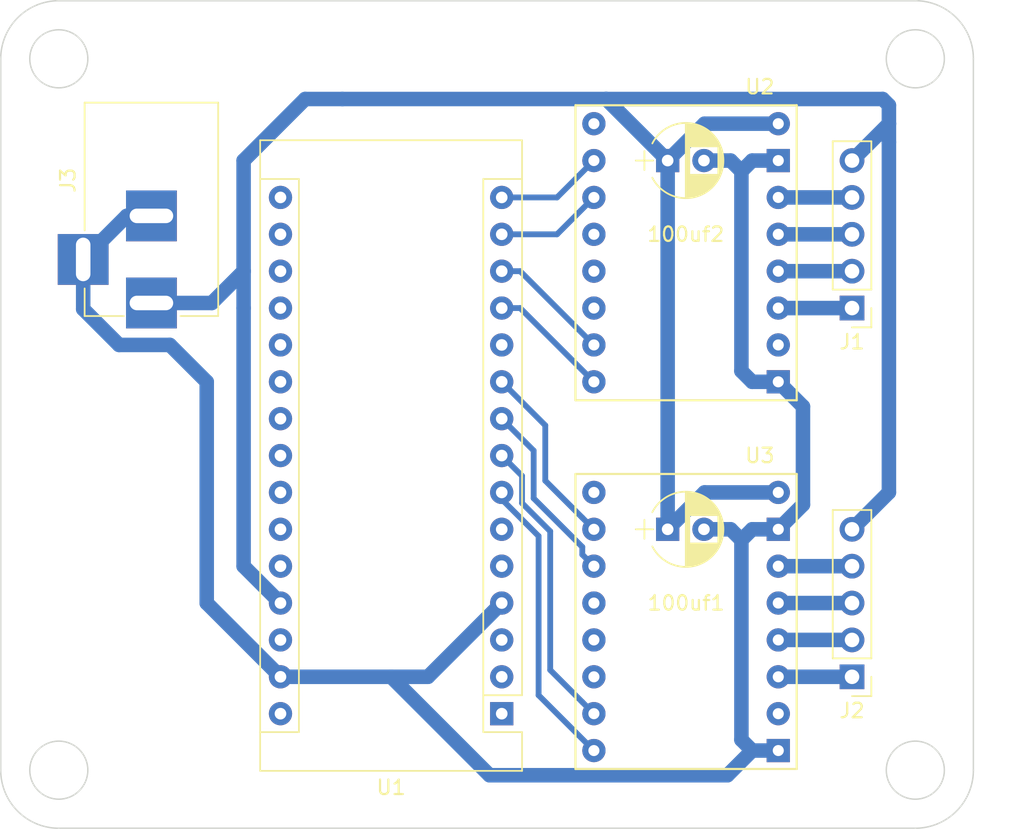
<source format=kicad_pcb>
(kicad_pcb (version 4) (host pcbnew 4.0.7)

  (general
    (links 32)
    (no_connects 0)
    (area 110.205 73.755 179.762858 124.465)
    (thickness 1.6)
    (drawings 12)
    (tracks 89)
    (zones 0)
    (modules 8)
    (nets 48)
  )

  (page A4)
  (layers
    (0 F.Cu signal)
    (31 B.Cu signal)
    (32 B.Adhes user)
    (33 F.Adhes user)
    (34 B.Paste user)
    (35 F.Paste user)
    (36 B.SilkS user)
    (37 F.SilkS user)
    (38 B.Mask user)
    (39 F.Mask user)
    (40 Dwgs.User user)
    (41 Cmts.User user)
    (42 Eco1.User user)
    (43 Eco2.User user)
    (44 Edge.Cuts user)
    (45 Margin user)
    (46 B.CrtYd user)
    (47 F.CrtYd user)
    (48 B.Fab user)
    (49 F.Fab user)
  )

  (setup
    (last_trace_width 0.4)
    (user_trace_width 1)
    (trace_clearance 0.4)
    (zone_clearance 0.508)
    (zone_45_only no)
    (trace_min 0.2)
    (segment_width 0.2)
    (edge_width 0.1)
    (via_size 0.6)
    (via_drill 0.4)
    (via_min_size 0.4)
    (via_min_drill 0.3)
    (uvia_size 0.3)
    (uvia_drill 0.1)
    (uvias_allowed no)
    (uvia_min_size 0.2)
    (uvia_min_drill 0.1)
    (pcb_text_width 0.3)
    (pcb_text_size 1.5 1.5)
    (mod_edge_width 0.15)
    (mod_text_size 1 1)
    (mod_text_width 0.15)
    (pad_size 1.5 1.5)
    (pad_drill 0.6)
    (pad_to_mask_clearance 0)
    (aux_axis_origin 0 0)
    (visible_elements 7FFFEFFF)
    (pcbplotparams
      (layerselection 0x00030_80000001)
      (usegerberextensions false)
      (excludeedgelayer true)
      (linewidth 0.100000)
      (plotframeref false)
      (viasonmask false)
      (mode 1)
      (useauxorigin false)
      (hpglpennumber 1)
      (hpglpenspeed 20)
      (hpglpendiameter 15)
      (hpglpenoverlay 2)
      (psnegative false)
      (psa4output false)
      (plotreference true)
      (plotvalue true)
      (plotinvisibletext false)
      (padsonsilk false)
      (subtractmaskfromsilk false)
      (outputformat 1)
      (mirror false)
      (drillshape 1)
      (scaleselection 1)
      (outputdirectory ""))
  )

  (net 0 "")
  (net 1 /VMOT)
  (net 2 GND)
  (net 3 "Net-(J1-Pad1)")
  (net 4 "Net-(J1-Pad2)")
  (net 5 "Net-(J1-Pad3)")
  (net 6 "Net-(J1-Pad4)")
  (net 7 "Net-(J2-Pad1)")
  (net 8 "Net-(J2-Pad2)")
  (net 9 "Net-(J2-Pad3)")
  (net 10 "Net-(J2-Pad4)")
  (net 11 "Net-(U1-Pad1)")
  (net 12 "Net-(U1-Pad17)")
  (net 13 "Net-(U1-Pad2)")
  (net 14 "Net-(U1-Pad18)")
  (net 15 "Net-(U1-Pad3)")
  (net 16 "Net-(U1-Pad19)")
  (net 17 "Net-(U1-Pad20)")
  (net 18 "Net-(U1-Pad5)")
  (net 19 "Net-(U1-Pad21)")
  (net 20 "Net-(U1-Pad6)")
  (net 21 "Net-(U1-Pad22)")
  (net 22 "Net-(U1-Pad7)")
  (net 23 "Net-(U1-Pad23)")
  (net 24 "Net-(U1-Pad8)")
  (net 25 "Net-(U1-Pad24)")
  (net 26 "Net-(U1-Pad9)")
  (net 27 "Net-(U1-Pad25)")
  (net 28 "Net-(U1-Pad10)")
  (net 29 "Net-(U1-Pad26)")
  (net 30 "Net-(U1-Pad11)")
  (net 31 "Net-(U1-Pad12)")
  (net 32 "Net-(U1-Pad28)")
  (net 33 "Net-(U1-Pad13)")
  (net 34 "Net-(U1-Pad14)")
  (net 35 "Net-(U1-Pad30)")
  (net 36 "Net-(U1-Pad15)")
  (net 37 "Net-(U1-Pad16)")
  (net 38 "Net-(U2-Pad1)")
  (net 39 "Net-(U2-Pad4)")
  (net 40 "Net-(U2-Pad5)")
  (net 41 "Net-(U2-Pad6)")
  (net 42 "Net-(U2-Pad10)")
  (net 43 "Net-(U3-Pad1)")
  (net 44 "Net-(U3-Pad4)")
  (net 45 "Net-(U3-Pad5)")
  (net 46 "Net-(U3-Pad6)")
  (net 47 "Net-(U3-Pad10)")

  (net_class Default "This is the default net class."
    (clearance 0.4)
    (trace_width 0.4)
    (via_dia 0.6)
    (via_drill 0.4)
    (uvia_dia 0.3)
    (uvia_drill 0.1)
    (add_net /VMOT)
    (add_net GND)
    (add_net "Net-(J1-Pad1)")
    (add_net "Net-(J1-Pad2)")
    (add_net "Net-(J1-Pad3)")
    (add_net "Net-(J1-Pad4)")
    (add_net "Net-(J2-Pad1)")
    (add_net "Net-(J2-Pad2)")
    (add_net "Net-(J2-Pad3)")
    (add_net "Net-(J2-Pad4)")
    (add_net "Net-(U1-Pad1)")
    (add_net "Net-(U1-Pad10)")
    (add_net "Net-(U1-Pad11)")
    (add_net "Net-(U1-Pad12)")
    (add_net "Net-(U1-Pad13)")
    (add_net "Net-(U1-Pad14)")
    (add_net "Net-(U1-Pad15)")
    (add_net "Net-(U1-Pad16)")
    (add_net "Net-(U1-Pad17)")
    (add_net "Net-(U1-Pad18)")
    (add_net "Net-(U1-Pad19)")
    (add_net "Net-(U1-Pad2)")
    (add_net "Net-(U1-Pad20)")
    (add_net "Net-(U1-Pad21)")
    (add_net "Net-(U1-Pad22)")
    (add_net "Net-(U1-Pad23)")
    (add_net "Net-(U1-Pad24)")
    (add_net "Net-(U1-Pad25)")
    (add_net "Net-(U1-Pad26)")
    (add_net "Net-(U1-Pad28)")
    (add_net "Net-(U1-Pad3)")
    (add_net "Net-(U1-Pad30)")
    (add_net "Net-(U1-Pad5)")
    (add_net "Net-(U1-Pad6)")
    (add_net "Net-(U1-Pad7)")
    (add_net "Net-(U1-Pad8)")
    (add_net "Net-(U1-Pad9)")
    (add_net "Net-(U2-Pad1)")
    (add_net "Net-(U2-Pad10)")
    (add_net "Net-(U2-Pad4)")
    (add_net "Net-(U2-Pad5)")
    (add_net "Net-(U2-Pad6)")
    (add_net "Net-(U3-Pad1)")
    (add_net "Net-(U3-Pad10)")
    (add_net "Net-(U3-Pad4)")
    (add_net "Net-(U3-Pad5)")
    (add_net "Net-(U3-Pad6)")
  )

  (module Capacitors_THT:CP_Radial_D5.0mm_P2.50mm (layer F.Cu) (tedit 597BC7C2) (tstamp 5B5072E5)
    (at 154.94 105.41)
    (descr "CP, Radial series, Radial, pin pitch=2.50mm, , diameter=5mm, Electrolytic Capacitor")
    (tags "CP Radial series Radial pin pitch 2.50mm  diameter 5mm Electrolytic Capacitor")
    (path /5B360C92)
    (fp_text reference 100uf1 (at 1.27 5.08) (layer F.SilkS)
      (effects (font (size 1 1) (thickness 0.15)))
    )
    (fp_text value CP1 (at 1.25 3.81) (layer F.Fab)
      (effects (font (size 1 1) (thickness 0.15)))
    )
    (fp_arc (start 1.25 0) (end -1.05558 -1.18) (angle 125.8) (layer F.SilkS) (width 0.12))
    (fp_arc (start 1.25 0) (end -1.05558 1.18) (angle -125.8) (layer F.SilkS) (width 0.12))
    (fp_arc (start 1.25 0) (end 3.55558 -1.18) (angle 54.2) (layer F.SilkS) (width 0.12))
    (fp_circle (center 1.25 0) (end 3.75 0) (layer F.Fab) (width 0.1))
    (fp_line (start -2.2 0) (end -1 0) (layer F.Fab) (width 0.1))
    (fp_line (start -1.6 -0.65) (end -1.6 0.65) (layer F.Fab) (width 0.1))
    (fp_line (start 1.25 -2.55) (end 1.25 2.55) (layer F.SilkS) (width 0.12))
    (fp_line (start 1.29 -2.55) (end 1.29 2.55) (layer F.SilkS) (width 0.12))
    (fp_line (start 1.33 -2.549) (end 1.33 2.549) (layer F.SilkS) (width 0.12))
    (fp_line (start 1.37 -2.548) (end 1.37 2.548) (layer F.SilkS) (width 0.12))
    (fp_line (start 1.41 -2.546) (end 1.41 2.546) (layer F.SilkS) (width 0.12))
    (fp_line (start 1.45 -2.543) (end 1.45 2.543) (layer F.SilkS) (width 0.12))
    (fp_line (start 1.49 -2.539) (end 1.49 2.539) (layer F.SilkS) (width 0.12))
    (fp_line (start 1.53 -2.535) (end 1.53 -0.98) (layer F.SilkS) (width 0.12))
    (fp_line (start 1.53 0.98) (end 1.53 2.535) (layer F.SilkS) (width 0.12))
    (fp_line (start 1.57 -2.531) (end 1.57 -0.98) (layer F.SilkS) (width 0.12))
    (fp_line (start 1.57 0.98) (end 1.57 2.531) (layer F.SilkS) (width 0.12))
    (fp_line (start 1.61 -2.525) (end 1.61 -0.98) (layer F.SilkS) (width 0.12))
    (fp_line (start 1.61 0.98) (end 1.61 2.525) (layer F.SilkS) (width 0.12))
    (fp_line (start 1.65 -2.519) (end 1.65 -0.98) (layer F.SilkS) (width 0.12))
    (fp_line (start 1.65 0.98) (end 1.65 2.519) (layer F.SilkS) (width 0.12))
    (fp_line (start 1.69 -2.513) (end 1.69 -0.98) (layer F.SilkS) (width 0.12))
    (fp_line (start 1.69 0.98) (end 1.69 2.513) (layer F.SilkS) (width 0.12))
    (fp_line (start 1.73 -2.506) (end 1.73 -0.98) (layer F.SilkS) (width 0.12))
    (fp_line (start 1.73 0.98) (end 1.73 2.506) (layer F.SilkS) (width 0.12))
    (fp_line (start 1.77 -2.498) (end 1.77 -0.98) (layer F.SilkS) (width 0.12))
    (fp_line (start 1.77 0.98) (end 1.77 2.498) (layer F.SilkS) (width 0.12))
    (fp_line (start 1.81 -2.489) (end 1.81 -0.98) (layer F.SilkS) (width 0.12))
    (fp_line (start 1.81 0.98) (end 1.81 2.489) (layer F.SilkS) (width 0.12))
    (fp_line (start 1.85 -2.48) (end 1.85 -0.98) (layer F.SilkS) (width 0.12))
    (fp_line (start 1.85 0.98) (end 1.85 2.48) (layer F.SilkS) (width 0.12))
    (fp_line (start 1.89 -2.47) (end 1.89 -0.98) (layer F.SilkS) (width 0.12))
    (fp_line (start 1.89 0.98) (end 1.89 2.47) (layer F.SilkS) (width 0.12))
    (fp_line (start 1.93 -2.46) (end 1.93 -0.98) (layer F.SilkS) (width 0.12))
    (fp_line (start 1.93 0.98) (end 1.93 2.46) (layer F.SilkS) (width 0.12))
    (fp_line (start 1.971 -2.448) (end 1.971 -0.98) (layer F.SilkS) (width 0.12))
    (fp_line (start 1.971 0.98) (end 1.971 2.448) (layer F.SilkS) (width 0.12))
    (fp_line (start 2.011 -2.436) (end 2.011 -0.98) (layer F.SilkS) (width 0.12))
    (fp_line (start 2.011 0.98) (end 2.011 2.436) (layer F.SilkS) (width 0.12))
    (fp_line (start 2.051 -2.424) (end 2.051 -0.98) (layer F.SilkS) (width 0.12))
    (fp_line (start 2.051 0.98) (end 2.051 2.424) (layer F.SilkS) (width 0.12))
    (fp_line (start 2.091 -2.41) (end 2.091 -0.98) (layer F.SilkS) (width 0.12))
    (fp_line (start 2.091 0.98) (end 2.091 2.41) (layer F.SilkS) (width 0.12))
    (fp_line (start 2.131 -2.396) (end 2.131 -0.98) (layer F.SilkS) (width 0.12))
    (fp_line (start 2.131 0.98) (end 2.131 2.396) (layer F.SilkS) (width 0.12))
    (fp_line (start 2.171 -2.382) (end 2.171 -0.98) (layer F.SilkS) (width 0.12))
    (fp_line (start 2.171 0.98) (end 2.171 2.382) (layer F.SilkS) (width 0.12))
    (fp_line (start 2.211 -2.366) (end 2.211 -0.98) (layer F.SilkS) (width 0.12))
    (fp_line (start 2.211 0.98) (end 2.211 2.366) (layer F.SilkS) (width 0.12))
    (fp_line (start 2.251 -2.35) (end 2.251 -0.98) (layer F.SilkS) (width 0.12))
    (fp_line (start 2.251 0.98) (end 2.251 2.35) (layer F.SilkS) (width 0.12))
    (fp_line (start 2.291 -2.333) (end 2.291 -0.98) (layer F.SilkS) (width 0.12))
    (fp_line (start 2.291 0.98) (end 2.291 2.333) (layer F.SilkS) (width 0.12))
    (fp_line (start 2.331 -2.315) (end 2.331 -0.98) (layer F.SilkS) (width 0.12))
    (fp_line (start 2.331 0.98) (end 2.331 2.315) (layer F.SilkS) (width 0.12))
    (fp_line (start 2.371 -2.296) (end 2.371 -0.98) (layer F.SilkS) (width 0.12))
    (fp_line (start 2.371 0.98) (end 2.371 2.296) (layer F.SilkS) (width 0.12))
    (fp_line (start 2.411 -2.276) (end 2.411 -0.98) (layer F.SilkS) (width 0.12))
    (fp_line (start 2.411 0.98) (end 2.411 2.276) (layer F.SilkS) (width 0.12))
    (fp_line (start 2.451 -2.256) (end 2.451 -0.98) (layer F.SilkS) (width 0.12))
    (fp_line (start 2.451 0.98) (end 2.451 2.256) (layer F.SilkS) (width 0.12))
    (fp_line (start 2.491 -2.234) (end 2.491 -0.98) (layer F.SilkS) (width 0.12))
    (fp_line (start 2.491 0.98) (end 2.491 2.234) (layer F.SilkS) (width 0.12))
    (fp_line (start 2.531 -2.212) (end 2.531 -0.98) (layer F.SilkS) (width 0.12))
    (fp_line (start 2.531 0.98) (end 2.531 2.212) (layer F.SilkS) (width 0.12))
    (fp_line (start 2.571 -2.189) (end 2.571 -0.98) (layer F.SilkS) (width 0.12))
    (fp_line (start 2.571 0.98) (end 2.571 2.189) (layer F.SilkS) (width 0.12))
    (fp_line (start 2.611 -2.165) (end 2.611 -0.98) (layer F.SilkS) (width 0.12))
    (fp_line (start 2.611 0.98) (end 2.611 2.165) (layer F.SilkS) (width 0.12))
    (fp_line (start 2.651 -2.14) (end 2.651 -0.98) (layer F.SilkS) (width 0.12))
    (fp_line (start 2.651 0.98) (end 2.651 2.14) (layer F.SilkS) (width 0.12))
    (fp_line (start 2.691 -2.113) (end 2.691 -0.98) (layer F.SilkS) (width 0.12))
    (fp_line (start 2.691 0.98) (end 2.691 2.113) (layer F.SilkS) (width 0.12))
    (fp_line (start 2.731 -2.086) (end 2.731 -0.98) (layer F.SilkS) (width 0.12))
    (fp_line (start 2.731 0.98) (end 2.731 2.086) (layer F.SilkS) (width 0.12))
    (fp_line (start 2.771 -2.058) (end 2.771 -0.98) (layer F.SilkS) (width 0.12))
    (fp_line (start 2.771 0.98) (end 2.771 2.058) (layer F.SilkS) (width 0.12))
    (fp_line (start 2.811 -2.028) (end 2.811 -0.98) (layer F.SilkS) (width 0.12))
    (fp_line (start 2.811 0.98) (end 2.811 2.028) (layer F.SilkS) (width 0.12))
    (fp_line (start 2.851 -1.997) (end 2.851 -0.98) (layer F.SilkS) (width 0.12))
    (fp_line (start 2.851 0.98) (end 2.851 1.997) (layer F.SilkS) (width 0.12))
    (fp_line (start 2.891 -1.965) (end 2.891 -0.98) (layer F.SilkS) (width 0.12))
    (fp_line (start 2.891 0.98) (end 2.891 1.965) (layer F.SilkS) (width 0.12))
    (fp_line (start 2.931 -1.932) (end 2.931 -0.98) (layer F.SilkS) (width 0.12))
    (fp_line (start 2.931 0.98) (end 2.931 1.932) (layer F.SilkS) (width 0.12))
    (fp_line (start 2.971 -1.897) (end 2.971 -0.98) (layer F.SilkS) (width 0.12))
    (fp_line (start 2.971 0.98) (end 2.971 1.897) (layer F.SilkS) (width 0.12))
    (fp_line (start 3.011 -1.861) (end 3.011 -0.98) (layer F.SilkS) (width 0.12))
    (fp_line (start 3.011 0.98) (end 3.011 1.861) (layer F.SilkS) (width 0.12))
    (fp_line (start 3.051 -1.823) (end 3.051 -0.98) (layer F.SilkS) (width 0.12))
    (fp_line (start 3.051 0.98) (end 3.051 1.823) (layer F.SilkS) (width 0.12))
    (fp_line (start 3.091 -1.783) (end 3.091 -0.98) (layer F.SilkS) (width 0.12))
    (fp_line (start 3.091 0.98) (end 3.091 1.783) (layer F.SilkS) (width 0.12))
    (fp_line (start 3.131 -1.742) (end 3.131 -0.98) (layer F.SilkS) (width 0.12))
    (fp_line (start 3.131 0.98) (end 3.131 1.742) (layer F.SilkS) (width 0.12))
    (fp_line (start 3.171 -1.699) (end 3.171 -0.98) (layer F.SilkS) (width 0.12))
    (fp_line (start 3.171 0.98) (end 3.171 1.699) (layer F.SilkS) (width 0.12))
    (fp_line (start 3.211 -1.654) (end 3.211 -0.98) (layer F.SilkS) (width 0.12))
    (fp_line (start 3.211 0.98) (end 3.211 1.654) (layer F.SilkS) (width 0.12))
    (fp_line (start 3.251 -1.606) (end 3.251 -0.98) (layer F.SilkS) (width 0.12))
    (fp_line (start 3.251 0.98) (end 3.251 1.606) (layer F.SilkS) (width 0.12))
    (fp_line (start 3.291 -1.556) (end 3.291 -0.98) (layer F.SilkS) (width 0.12))
    (fp_line (start 3.291 0.98) (end 3.291 1.556) (layer F.SilkS) (width 0.12))
    (fp_line (start 3.331 -1.504) (end 3.331 -0.98) (layer F.SilkS) (width 0.12))
    (fp_line (start 3.331 0.98) (end 3.331 1.504) (layer F.SilkS) (width 0.12))
    (fp_line (start 3.371 -1.448) (end 3.371 -0.98) (layer F.SilkS) (width 0.12))
    (fp_line (start 3.371 0.98) (end 3.371 1.448) (layer F.SilkS) (width 0.12))
    (fp_line (start 3.411 -1.39) (end 3.411 -0.98) (layer F.SilkS) (width 0.12))
    (fp_line (start 3.411 0.98) (end 3.411 1.39) (layer F.SilkS) (width 0.12))
    (fp_line (start 3.451 -1.327) (end 3.451 -0.98) (layer F.SilkS) (width 0.12))
    (fp_line (start 3.451 0.98) (end 3.451 1.327) (layer F.SilkS) (width 0.12))
    (fp_line (start 3.491 -1.261) (end 3.491 1.261) (layer F.SilkS) (width 0.12))
    (fp_line (start 3.531 -1.189) (end 3.531 1.189) (layer F.SilkS) (width 0.12))
    (fp_line (start 3.571 -1.112) (end 3.571 1.112) (layer F.SilkS) (width 0.12))
    (fp_line (start 3.611 -1.028) (end 3.611 1.028) (layer F.SilkS) (width 0.12))
    (fp_line (start 3.651 -0.934) (end 3.651 0.934) (layer F.SilkS) (width 0.12))
    (fp_line (start 3.691 -0.829) (end 3.691 0.829) (layer F.SilkS) (width 0.12))
    (fp_line (start 3.731 -0.707) (end 3.731 0.707) (layer F.SilkS) (width 0.12))
    (fp_line (start 3.771 -0.559) (end 3.771 0.559) (layer F.SilkS) (width 0.12))
    (fp_line (start 3.811 -0.354) (end 3.811 0.354) (layer F.SilkS) (width 0.12))
    (fp_line (start -2.2 0) (end -1 0) (layer F.SilkS) (width 0.12))
    (fp_line (start -1.6 -0.65) (end -1.6 0.65) (layer F.SilkS) (width 0.12))
    (fp_line (start -1.6 -2.85) (end -1.6 2.85) (layer F.CrtYd) (width 0.05))
    (fp_line (start -1.6 2.85) (end 4.1 2.85) (layer F.CrtYd) (width 0.05))
    (fp_line (start 4.1 2.85) (end 4.1 -2.85) (layer F.CrtYd) (width 0.05))
    (fp_line (start 4.1 -2.85) (end -1.6 -2.85) (layer F.CrtYd) (width 0.05))
    (fp_text user %R (at 1.25 0) (layer F.Fab)
      (effects (font (size 1 1) (thickness 0.15)))
    )
    (pad 1 thru_hole rect (at 0 0) (size 1.6 1.6) (drill 0.8) (layers *.Cu *.Mask)
      (net 1 /VMOT))
    (pad 2 thru_hole circle (at 2.5 0) (size 1.6 1.6) (drill 0.8) (layers *.Cu *.Mask)
      (net 2 GND))
    (model ${KISYS3DMOD}/Capacitors_THT.3dshapes/CP_Radial_D5.0mm_P2.50mm.wrl
      (at (xyz 0 0 0))
      (scale (xyz 1 1 1))
      (rotate (xyz 0 0 0))
    )
  )

  (module Capacitors_THT:CP_Radial_D5.0mm_P2.50mm (layer F.Cu) (tedit 597BC7C2) (tstamp 5B50736A)
    (at 154.94 80.01)
    (descr "CP, Radial series, Radial, pin pitch=2.50mm, , diameter=5mm, Electrolytic Capacitor")
    (tags "CP Radial series Radial pin pitch 2.50mm  diameter 5mm Electrolytic Capacitor")
    (path /5B360D13)
    (fp_text reference 100uf2 (at 1.25 5.08) (layer F.SilkS)
      (effects (font (size 1 1) (thickness 0.15)))
    )
    (fp_text value CP1 (at 1.25 3.81) (layer F.Fab)
      (effects (font (size 1 1) (thickness 0.15)))
    )
    (fp_arc (start 1.25 0) (end -1.05558 -1.18) (angle 125.8) (layer F.SilkS) (width 0.12))
    (fp_arc (start 1.25 0) (end -1.05558 1.18) (angle -125.8) (layer F.SilkS) (width 0.12))
    (fp_arc (start 1.25 0) (end 3.55558 -1.18) (angle 54.2) (layer F.SilkS) (width 0.12))
    (fp_circle (center 1.25 0) (end 3.75 0) (layer F.Fab) (width 0.1))
    (fp_line (start -2.2 0) (end -1 0) (layer F.Fab) (width 0.1))
    (fp_line (start -1.6 -0.65) (end -1.6 0.65) (layer F.Fab) (width 0.1))
    (fp_line (start 1.25 -2.55) (end 1.25 2.55) (layer F.SilkS) (width 0.12))
    (fp_line (start 1.29 -2.55) (end 1.29 2.55) (layer F.SilkS) (width 0.12))
    (fp_line (start 1.33 -2.549) (end 1.33 2.549) (layer F.SilkS) (width 0.12))
    (fp_line (start 1.37 -2.548) (end 1.37 2.548) (layer F.SilkS) (width 0.12))
    (fp_line (start 1.41 -2.546) (end 1.41 2.546) (layer F.SilkS) (width 0.12))
    (fp_line (start 1.45 -2.543) (end 1.45 2.543) (layer F.SilkS) (width 0.12))
    (fp_line (start 1.49 -2.539) (end 1.49 2.539) (layer F.SilkS) (width 0.12))
    (fp_line (start 1.53 -2.535) (end 1.53 -0.98) (layer F.SilkS) (width 0.12))
    (fp_line (start 1.53 0.98) (end 1.53 2.535) (layer F.SilkS) (width 0.12))
    (fp_line (start 1.57 -2.531) (end 1.57 -0.98) (layer F.SilkS) (width 0.12))
    (fp_line (start 1.57 0.98) (end 1.57 2.531) (layer F.SilkS) (width 0.12))
    (fp_line (start 1.61 -2.525) (end 1.61 -0.98) (layer F.SilkS) (width 0.12))
    (fp_line (start 1.61 0.98) (end 1.61 2.525) (layer F.SilkS) (width 0.12))
    (fp_line (start 1.65 -2.519) (end 1.65 -0.98) (layer F.SilkS) (width 0.12))
    (fp_line (start 1.65 0.98) (end 1.65 2.519) (layer F.SilkS) (width 0.12))
    (fp_line (start 1.69 -2.513) (end 1.69 -0.98) (layer F.SilkS) (width 0.12))
    (fp_line (start 1.69 0.98) (end 1.69 2.513) (layer F.SilkS) (width 0.12))
    (fp_line (start 1.73 -2.506) (end 1.73 -0.98) (layer F.SilkS) (width 0.12))
    (fp_line (start 1.73 0.98) (end 1.73 2.506) (layer F.SilkS) (width 0.12))
    (fp_line (start 1.77 -2.498) (end 1.77 -0.98) (layer F.SilkS) (width 0.12))
    (fp_line (start 1.77 0.98) (end 1.77 2.498) (layer F.SilkS) (width 0.12))
    (fp_line (start 1.81 -2.489) (end 1.81 -0.98) (layer F.SilkS) (width 0.12))
    (fp_line (start 1.81 0.98) (end 1.81 2.489) (layer F.SilkS) (width 0.12))
    (fp_line (start 1.85 -2.48) (end 1.85 -0.98) (layer F.SilkS) (width 0.12))
    (fp_line (start 1.85 0.98) (end 1.85 2.48) (layer F.SilkS) (width 0.12))
    (fp_line (start 1.89 -2.47) (end 1.89 -0.98) (layer F.SilkS) (width 0.12))
    (fp_line (start 1.89 0.98) (end 1.89 2.47) (layer F.SilkS) (width 0.12))
    (fp_line (start 1.93 -2.46) (end 1.93 -0.98) (layer F.SilkS) (width 0.12))
    (fp_line (start 1.93 0.98) (end 1.93 2.46) (layer F.SilkS) (width 0.12))
    (fp_line (start 1.971 -2.448) (end 1.971 -0.98) (layer F.SilkS) (width 0.12))
    (fp_line (start 1.971 0.98) (end 1.971 2.448) (layer F.SilkS) (width 0.12))
    (fp_line (start 2.011 -2.436) (end 2.011 -0.98) (layer F.SilkS) (width 0.12))
    (fp_line (start 2.011 0.98) (end 2.011 2.436) (layer F.SilkS) (width 0.12))
    (fp_line (start 2.051 -2.424) (end 2.051 -0.98) (layer F.SilkS) (width 0.12))
    (fp_line (start 2.051 0.98) (end 2.051 2.424) (layer F.SilkS) (width 0.12))
    (fp_line (start 2.091 -2.41) (end 2.091 -0.98) (layer F.SilkS) (width 0.12))
    (fp_line (start 2.091 0.98) (end 2.091 2.41) (layer F.SilkS) (width 0.12))
    (fp_line (start 2.131 -2.396) (end 2.131 -0.98) (layer F.SilkS) (width 0.12))
    (fp_line (start 2.131 0.98) (end 2.131 2.396) (layer F.SilkS) (width 0.12))
    (fp_line (start 2.171 -2.382) (end 2.171 -0.98) (layer F.SilkS) (width 0.12))
    (fp_line (start 2.171 0.98) (end 2.171 2.382) (layer F.SilkS) (width 0.12))
    (fp_line (start 2.211 -2.366) (end 2.211 -0.98) (layer F.SilkS) (width 0.12))
    (fp_line (start 2.211 0.98) (end 2.211 2.366) (layer F.SilkS) (width 0.12))
    (fp_line (start 2.251 -2.35) (end 2.251 -0.98) (layer F.SilkS) (width 0.12))
    (fp_line (start 2.251 0.98) (end 2.251 2.35) (layer F.SilkS) (width 0.12))
    (fp_line (start 2.291 -2.333) (end 2.291 -0.98) (layer F.SilkS) (width 0.12))
    (fp_line (start 2.291 0.98) (end 2.291 2.333) (layer F.SilkS) (width 0.12))
    (fp_line (start 2.331 -2.315) (end 2.331 -0.98) (layer F.SilkS) (width 0.12))
    (fp_line (start 2.331 0.98) (end 2.331 2.315) (layer F.SilkS) (width 0.12))
    (fp_line (start 2.371 -2.296) (end 2.371 -0.98) (layer F.SilkS) (width 0.12))
    (fp_line (start 2.371 0.98) (end 2.371 2.296) (layer F.SilkS) (width 0.12))
    (fp_line (start 2.411 -2.276) (end 2.411 -0.98) (layer F.SilkS) (width 0.12))
    (fp_line (start 2.411 0.98) (end 2.411 2.276) (layer F.SilkS) (width 0.12))
    (fp_line (start 2.451 -2.256) (end 2.451 -0.98) (layer F.SilkS) (width 0.12))
    (fp_line (start 2.451 0.98) (end 2.451 2.256) (layer F.SilkS) (width 0.12))
    (fp_line (start 2.491 -2.234) (end 2.491 -0.98) (layer F.SilkS) (width 0.12))
    (fp_line (start 2.491 0.98) (end 2.491 2.234) (layer F.SilkS) (width 0.12))
    (fp_line (start 2.531 -2.212) (end 2.531 -0.98) (layer F.SilkS) (width 0.12))
    (fp_line (start 2.531 0.98) (end 2.531 2.212) (layer F.SilkS) (width 0.12))
    (fp_line (start 2.571 -2.189) (end 2.571 -0.98) (layer F.SilkS) (width 0.12))
    (fp_line (start 2.571 0.98) (end 2.571 2.189) (layer F.SilkS) (width 0.12))
    (fp_line (start 2.611 -2.165) (end 2.611 -0.98) (layer F.SilkS) (width 0.12))
    (fp_line (start 2.611 0.98) (end 2.611 2.165) (layer F.SilkS) (width 0.12))
    (fp_line (start 2.651 -2.14) (end 2.651 -0.98) (layer F.SilkS) (width 0.12))
    (fp_line (start 2.651 0.98) (end 2.651 2.14) (layer F.SilkS) (width 0.12))
    (fp_line (start 2.691 -2.113) (end 2.691 -0.98) (layer F.SilkS) (width 0.12))
    (fp_line (start 2.691 0.98) (end 2.691 2.113) (layer F.SilkS) (width 0.12))
    (fp_line (start 2.731 -2.086) (end 2.731 -0.98) (layer F.SilkS) (width 0.12))
    (fp_line (start 2.731 0.98) (end 2.731 2.086) (layer F.SilkS) (width 0.12))
    (fp_line (start 2.771 -2.058) (end 2.771 -0.98) (layer F.SilkS) (width 0.12))
    (fp_line (start 2.771 0.98) (end 2.771 2.058) (layer F.SilkS) (width 0.12))
    (fp_line (start 2.811 -2.028) (end 2.811 -0.98) (layer F.SilkS) (width 0.12))
    (fp_line (start 2.811 0.98) (end 2.811 2.028) (layer F.SilkS) (width 0.12))
    (fp_line (start 2.851 -1.997) (end 2.851 -0.98) (layer F.SilkS) (width 0.12))
    (fp_line (start 2.851 0.98) (end 2.851 1.997) (layer F.SilkS) (width 0.12))
    (fp_line (start 2.891 -1.965) (end 2.891 -0.98) (layer F.SilkS) (width 0.12))
    (fp_line (start 2.891 0.98) (end 2.891 1.965) (layer F.SilkS) (width 0.12))
    (fp_line (start 2.931 -1.932) (end 2.931 -0.98) (layer F.SilkS) (width 0.12))
    (fp_line (start 2.931 0.98) (end 2.931 1.932) (layer F.SilkS) (width 0.12))
    (fp_line (start 2.971 -1.897) (end 2.971 -0.98) (layer F.SilkS) (width 0.12))
    (fp_line (start 2.971 0.98) (end 2.971 1.897) (layer F.SilkS) (width 0.12))
    (fp_line (start 3.011 -1.861) (end 3.011 -0.98) (layer F.SilkS) (width 0.12))
    (fp_line (start 3.011 0.98) (end 3.011 1.861) (layer F.SilkS) (width 0.12))
    (fp_line (start 3.051 -1.823) (end 3.051 -0.98) (layer F.SilkS) (width 0.12))
    (fp_line (start 3.051 0.98) (end 3.051 1.823) (layer F.SilkS) (width 0.12))
    (fp_line (start 3.091 -1.783) (end 3.091 -0.98) (layer F.SilkS) (width 0.12))
    (fp_line (start 3.091 0.98) (end 3.091 1.783) (layer F.SilkS) (width 0.12))
    (fp_line (start 3.131 -1.742) (end 3.131 -0.98) (layer F.SilkS) (width 0.12))
    (fp_line (start 3.131 0.98) (end 3.131 1.742) (layer F.SilkS) (width 0.12))
    (fp_line (start 3.171 -1.699) (end 3.171 -0.98) (layer F.SilkS) (width 0.12))
    (fp_line (start 3.171 0.98) (end 3.171 1.699) (layer F.SilkS) (width 0.12))
    (fp_line (start 3.211 -1.654) (end 3.211 -0.98) (layer F.SilkS) (width 0.12))
    (fp_line (start 3.211 0.98) (end 3.211 1.654) (layer F.SilkS) (width 0.12))
    (fp_line (start 3.251 -1.606) (end 3.251 -0.98) (layer F.SilkS) (width 0.12))
    (fp_line (start 3.251 0.98) (end 3.251 1.606) (layer F.SilkS) (width 0.12))
    (fp_line (start 3.291 -1.556) (end 3.291 -0.98) (layer F.SilkS) (width 0.12))
    (fp_line (start 3.291 0.98) (end 3.291 1.556) (layer F.SilkS) (width 0.12))
    (fp_line (start 3.331 -1.504) (end 3.331 -0.98) (layer F.SilkS) (width 0.12))
    (fp_line (start 3.331 0.98) (end 3.331 1.504) (layer F.SilkS) (width 0.12))
    (fp_line (start 3.371 -1.448) (end 3.371 -0.98) (layer F.SilkS) (width 0.12))
    (fp_line (start 3.371 0.98) (end 3.371 1.448) (layer F.SilkS) (width 0.12))
    (fp_line (start 3.411 -1.39) (end 3.411 -0.98) (layer F.SilkS) (width 0.12))
    (fp_line (start 3.411 0.98) (end 3.411 1.39) (layer F.SilkS) (width 0.12))
    (fp_line (start 3.451 -1.327) (end 3.451 -0.98) (layer F.SilkS) (width 0.12))
    (fp_line (start 3.451 0.98) (end 3.451 1.327) (layer F.SilkS) (width 0.12))
    (fp_line (start 3.491 -1.261) (end 3.491 1.261) (layer F.SilkS) (width 0.12))
    (fp_line (start 3.531 -1.189) (end 3.531 1.189) (layer F.SilkS) (width 0.12))
    (fp_line (start 3.571 -1.112) (end 3.571 1.112) (layer F.SilkS) (width 0.12))
    (fp_line (start 3.611 -1.028) (end 3.611 1.028) (layer F.SilkS) (width 0.12))
    (fp_line (start 3.651 -0.934) (end 3.651 0.934) (layer F.SilkS) (width 0.12))
    (fp_line (start 3.691 -0.829) (end 3.691 0.829) (layer F.SilkS) (width 0.12))
    (fp_line (start 3.731 -0.707) (end 3.731 0.707) (layer F.SilkS) (width 0.12))
    (fp_line (start 3.771 -0.559) (end 3.771 0.559) (layer F.SilkS) (width 0.12))
    (fp_line (start 3.811 -0.354) (end 3.811 0.354) (layer F.SilkS) (width 0.12))
    (fp_line (start -2.2 0) (end -1 0) (layer F.SilkS) (width 0.12))
    (fp_line (start -1.6 -0.65) (end -1.6 0.65) (layer F.SilkS) (width 0.12))
    (fp_line (start -1.6 -2.85) (end -1.6 2.85) (layer F.CrtYd) (width 0.05))
    (fp_line (start -1.6 2.85) (end 4.1 2.85) (layer F.CrtYd) (width 0.05))
    (fp_line (start 4.1 2.85) (end 4.1 -2.85) (layer F.CrtYd) (width 0.05))
    (fp_line (start 4.1 -2.85) (end -1.6 -2.85) (layer F.CrtYd) (width 0.05))
    (fp_text user %R (at 1.25 0) (layer F.Fab)
      (effects (font (size 1 1) (thickness 0.15)))
    )
    (pad 1 thru_hole rect (at 0 0) (size 1.6 1.6) (drill 0.8) (layers *.Cu *.Mask)
      (net 1 /VMOT))
    (pad 2 thru_hole circle (at 2.5 0) (size 1.6 1.6) (drill 0.8) (layers *.Cu *.Mask)
      (net 2 GND))
    (model ${KISYS3DMOD}/Capacitors_THT.3dshapes/CP_Radial_D5.0mm_P2.50mm.wrl
      (at (xyz 0 0 0))
      (scale (xyz 1 1 1))
      (rotate (xyz 0 0 0))
    )
  )

  (module Pin_Headers:Pin_Header_Straight_1x05_Pitch2.54mm (layer F.Cu) (tedit 59650532) (tstamp 5B507383)
    (at 167.64 90.17 180)
    (descr "Through hole straight pin header, 1x05, 2.54mm pitch, single row")
    (tags "Through hole pin header THT 1x05 2.54mm single row")
    (path /5B505C76)
    (fp_text reference J1 (at 0 -2.33 180) (layer F.SilkS)
      (effects (font (size 1 1) (thickness 0.15)))
    )
    (fp_text value Conn_01x05_Male (at -5.08 12.49 180) (layer F.Fab)
      (effects (font (size 1 1) (thickness 0.15)))
    )
    (fp_line (start -0.635 -1.27) (end 1.27 -1.27) (layer F.Fab) (width 0.1))
    (fp_line (start 1.27 -1.27) (end 1.27 11.43) (layer F.Fab) (width 0.1))
    (fp_line (start 1.27 11.43) (end -1.27 11.43) (layer F.Fab) (width 0.1))
    (fp_line (start -1.27 11.43) (end -1.27 -0.635) (layer F.Fab) (width 0.1))
    (fp_line (start -1.27 -0.635) (end -0.635 -1.27) (layer F.Fab) (width 0.1))
    (fp_line (start -1.33 11.49) (end 1.33 11.49) (layer F.SilkS) (width 0.12))
    (fp_line (start -1.33 1.27) (end -1.33 11.49) (layer F.SilkS) (width 0.12))
    (fp_line (start 1.33 1.27) (end 1.33 11.49) (layer F.SilkS) (width 0.12))
    (fp_line (start -1.33 1.27) (end 1.33 1.27) (layer F.SilkS) (width 0.12))
    (fp_line (start -1.33 0) (end -1.33 -1.33) (layer F.SilkS) (width 0.12))
    (fp_line (start -1.33 -1.33) (end 0 -1.33) (layer F.SilkS) (width 0.12))
    (fp_line (start -1.8 -1.8) (end -1.8 11.95) (layer F.CrtYd) (width 0.05))
    (fp_line (start -1.8 11.95) (end 1.8 11.95) (layer F.CrtYd) (width 0.05))
    (fp_line (start 1.8 11.95) (end 1.8 -1.8) (layer F.CrtYd) (width 0.05))
    (fp_line (start 1.8 -1.8) (end -1.8 -1.8) (layer F.CrtYd) (width 0.05))
    (fp_text user %R (at 0 5.08 270) (layer F.Fab)
      (effects (font (size 1 1) (thickness 0.15)))
    )
    (pad 1 thru_hole rect (at 0 0 180) (size 1.7 1.7) (drill 1) (layers *.Cu *.Mask)
      (net 3 "Net-(J1-Pad1)"))
    (pad 2 thru_hole oval (at 0 2.54 180) (size 1.7 1.7) (drill 1) (layers *.Cu *.Mask)
      (net 4 "Net-(J1-Pad2)"))
    (pad 3 thru_hole oval (at 0 5.08 180) (size 1.7 1.7) (drill 1) (layers *.Cu *.Mask)
      (net 5 "Net-(J1-Pad3)"))
    (pad 4 thru_hole oval (at 0 7.62 180) (size 1.7 1.7) (drill 1) (layers *.Cu *.Mask)
      (net 6 "Net-(J1-Pad4)"))
    (pad 5 thru_hole oval (at 0 10.16 180) (size 1.7 1.7) (drill 1) (layers *.Cu *.Mask)
      (net 1 /VMOT))
    (model ${KISYS3DMOD}/Pin_Headers.3dshapes/Pin_Header_Straight_1x05_Pitch2.54mm.wrl
      (at (xyz 0 0 0))
      (scale (xyz 1 1 1))
      (rotate (xyz 0 0 0))
    )
  )

  (module Pin_Headers:Pin_Header_Straight_1x05_Pitch2.54mm (layer F.Cu) (tedit 59650532) (tstamp 5B50739C)
    (at 167.64 115.57 180)
    (descr "Through hole straight pin header, 1x05, 2.54mm pitch, single row")
    (tags "Through hole pin header THT 1x05 2.54mm single row")
    (path /5B505CFA)
    (fp_text reference J2 (at 0 -2.33 180) (layer F.SilkS)
      (effects (font (size 1 1) (thickness 0.15)))
    )
    (fp_text value Conn_01x05_Male (at -5.08 12.49 180) (layer F.Fab)
      (effects (font (size 1 1) (thickness 0.15)))
    )
    (fp_line (start -0.635 -1.27) (end 1.27 -1.27) (layer F.Fab) (width 0.1))
    (fp_line (start 1.27 -1.27) (end 1.27 11.43) (layer F.Fab) (width 0.1))
    (fp_line (start 1.27 11.43) (end -1.27 11.43) (layer F.Fab) (width 0.1))
    (fp_line (start -1.27 11.43) (end -1.27 -0.635) (layer F.Fab) (width 0.1))
    (fp_line (start -1.27 -0.635) (end -0.635 -1.27) (layer F.Fab) (width 0.1))
    (fp_line (start -1.33 11.49) (end 1.33 11.49) (layer F.SilkS) (width 0.12))
    (fp_line (start -1.33 1.27) (end -1.33 11.49) (layer F.SilkS) (width 0.12))
    (fp_line (start 1.33 1.27) (end 1.33 11.49) (layer F.SilkS) (width 0.12))
    (fp_line (start -1.33 1.27) (end 1.33 1.27) (layer F.SilkS) (width 0.12))
    (fp_line (start -1.33 0) (end -1.33 -1.33) (layer F.SilkS) (width 0.12))
    (fp_line (start -1.33 -1.33) (end 0 -1.33) (layer F.SilkS) (width 0.12))
    (fp_line (start -1.8 -1.8) (end -1.8 11.95) (layer F.CrtYd) (width 0.05))
    (fp_line (start -1.8 11.95) (end 1.8 11.95) (layer F.CrtYd) (width 0.05))
    (fp_line (start 1.8 11.95) (end 1.8 -1.8) (layer F.CrtYd) (width 0.05))
    (fp_line (start 1.8 -1.8) (end -1.8 -1.8) (layer F.CrtYd) (width 0.05))
    (fp_text user %R (at 0 5.08 270) (layer F.Fab)
      (effects (font (size 1 1) (thickness 0.15)))
    )
    (pad 1 thru_hole rect (at 0 0 180) (size 1.7 1.7) (drill 1) (layers *.Cu *.Mask)
      (net 7 "Net-(J2-Pad1)"))
    (pad 2 thru_hole oval (at 0 2.54 180) (size 1.7 1.7) (drill 1) (layers *.Cu *.Mask)
      (net 8 "Net-(J2-Pad2)"))
    (pad 3 thru_hole oval (at 0 5.08 180) (size 1.7 1.7) (drill 1) (layers *.Cu *.Mask)
      (net 9 "Net-(J2-Pad3)"))
    (pad 4 thru_hole oval (at 0 7.62 180) (size 1.7 1.7) (drill 1) (layers *.Cu *.Mask)
      (net 10 "Net-(J2-Pad4)"))
    (pad 5 thru_hole oval (at 0 10.16 180) (size 1.7 1.7) (drill 1) (layers *.Cu *.Mask)
      (net 1 /VMOT))
    (model ${KISYS3DMOD}/Pin_Headers.3dshapes/Pin_Header_Straight_1x05_Pitch2.54mm.wrl
      (at (xyz 0 0 0))
      (scale (xyz 1 1 1))
      (rotate (xyz 0 0 0))
    )
  )

  (module Connectors:BARREL_JACK (layer F.Cu) (tedit 5861378E) (tstamp 5B5073BB)
    (at 119.38 89.82 270)
    (descr "DC Barrel Jack")
    (tags "Power Jack")
    (path /5B4F59B8)
    (fp_text reference J3 (at -8.45 5.75 450) (layer F.SilkS)
      (effects (font (size 1 1) (thickness 0.15)))
    )
    (fp_text value Jack-DC (at -3.46 8 270) (layer F.Fab)
      (effects (font (size 1 1) (thickness 0.15)))
    )
    (fp_line (start 1 -4.5) (end 1 -4.75) (layer F.CrtYd) (width 0.05))
    (fp_line (start 1 -4.75) (end -14 -4.75) (layer F.CrtYd) (width 0.05))
    (fp_line (start 1 -4.5) (end 1 -2) (layer F.CrtYd) (width 0.05))
    (fp_line (start 1 -2) (end 2 -2) (layer F.CrtYd) (width 0.05))
    (fp_line (start 2 -2) (end 2 2) (layer F.CrtYd) (width 0.05))
    (fp_line (start 2 2) (end 1 2) (layer F.CrtYd) (width 0.05))
    (fp_line (start 1 2) (end 1 4.75) (layer F.CrtYd) (width 0.05))
    (fp_line (start 1 4.75) (end -1 4.75) (layer F.CrtYd) (width 0.05))
    (fp_line (start -1 4.75) (end -1 6.75) (layer F.CrtYd) (width 0.05))
    (fp_line (start -1 6.75) (end -5 6.75) (layer F.CrtYd) (width 0.05))
    (fp_line (start -5 6.75) (end -5 4.75) (layer F.CrtYd) (width 0.05))
    (fp_line (start -5 4.75) (end -14 4.75) (layer F.CrtYd) (width 0.05))
    (fp_line (start -14 4.75) (end -14 -4.75) (layer F.CrtYd) (width 0.05))
    (fp_line (start -5 4.6) (end -13.8 4.6) (layer F.SilkS) (width 0.12))
    (fp_line (start -13.8 4.6) (end -13.8 -4.6) (layer F.SilkS) (width 0.12))
    (fp_line (start 0.9 1.9) (end 0.9 4.6) (layer F.SilkS) (width 0.12))
    (fp_line (start 0.9 4.6) (end -1 4.6) (layer F.SilkS) (width 0.12))
    (fp_line (start -13.8 -4.6) (end 0.9 -4.6) (layer F.SilkS) (width 0.12))
    (fp_line (start 0.9 -4.6) (end 0.9 -2) (layer F.SilkS) (width 0.12))
    (fp_line (start -10.2 -4.5) (end -10.2 4.5) (layer F.Fab) (width 0.1))
    (fp_line (start -13.7 -4.5) (end -13.7 4.5) (layer F.Fab) (width 0.1))
    (fp_line (start -13.7 4.5) (end 0.8 4.5) (layer F.Fab) (width 0.1))
    (fp_line (start 0.8 4.5) (end 0.8 -4.5) (layer F.Fab) (width 0.1))
    (fp_line (start 0.8 -4.5) (end -13.7 -4.5) (layer F.Fab) (width 0.1))
    (pad 1 thru_hole rect (at 0 0 270) (size 3.5 3.5) (drill oval 1 3) (layers *.Cu *.Mask)
      (net 1 /VMOT))
    (pad 2 thru_hole rect (at -6 0 270) (size 3.5 3.5) (drill oval 1 3) (layers *.Cu *.Mask)
      (net 2 GND))
    (pad 3 thru_hole rect (at -3 4.7 270) (size 3.5 3.5) (drill oval 3 1) (layers *.Cu *.Mask)
      (net 2 GND))
  )

  (module Modules:Arduino_Nano (layer F.Cu) (tedit 58ACAF70) (tstamp 5B5073F8)
    (at 143.51 118.11 180)
    (descr "Arduino Nano, http://www.mouser.com/pdfdocs/Gravitech_Arduino_Nano3_0.pdf")
    (tags "Arduino Nano")
    (path /5B3603A6)
    (fp_text reference U1 (at 7.62 -5.08 180) (layer F.SilkS)
      (effects (font (size 1 1) (thickness 0.15)))
    )
    (fp_text value ArduinoNano (at 8.89 19.05 270) (layer F.Fab)
      (effects (font (size 1 1) (thickness 0.15)))
    )
    (fp_text user %R (at 6.35 19.05 270) (layer F.Fab)
      (effects (font (size 1 1) (thickness 0.15)))
    )
    (fp_line (start 1.27 1.27) (end 1.27 -1.27) (layer F.SilkS) (width 0.12))
    (fp_line (start 1.27 -1.27) (end -1.4 -1.27) (layer F.SilkS) (width 0.12))
    (fp_line (start -1.4 1.27) (end -1.4 39.5) (layer F.SilkS) (width 0.12))
    (fp_line (start -1.4 -3.94) (end -1.4 -1.27) (layer F.SilkS) (width 0.12))
    (fp_line (start 13.97 -1.27) (end 16.64 -1.27) (layer F.SilkS) (width 0.12))
    (fp_line (start 13.97 -1.27) (end 13.97 36.83) (layer F.SilkS) (width 0.12))
    (fp_line (start 13.97 36.83) (end 16.64 36.83) (layer F.SilkS) (width 0.12))
    (fp_line (start 1.27 1.27) (end -1.4 1.27) (layer F.SilkS) (width 0.12))
    (fp_line (start 1.27 1.27) (end 1.27 36.83) (layer F.SilkS) (width 0.12))
    (fp_line (start 1.27 36.83) (end -1.4 36.83) (layer F.SilkS) (width 0.12))
    (fp_line (start 3.81 31.75) (end 11.43 31.75) (layer F.Fab) (width 0.1))
    (fp_line (start 11.43 31.75) (end 11.43 41.91) (layer F.Fab) (width 0.1))
    (fp_line (start 11.43 41.91) (end 3.81 41.91) (layer F.Fab) (width 0.1))
    (fp_line (start 3.81 41.91) (end 3.81 31.75) (layer F.Fab) (width 0.1))
    (fp_line (start -1.4 39.5) (end 16.64 39.5) (layer F.SilkS) (width 0.12))
    (fp_line (start 16.64 39.5) (end 16.64 -3.94) (layer F.SilkS) (width 0.12))
    (fp_line (start 16.64 -3.94) (end -1.4 -3.94) (layer F.SilkS) (width 0.12))
    (fp_line (start 16.51 39.37) (end -1.27 39.37) (layer F.Fab) (width 0.1))
    (fp_line (start -1.27 39.37) (end -1.27 -2.54) (layer F.Fab) (width 0.1))
    (fp_line (start -1.27 -2.54) (end 0 -3.81) (layer F.Fab) (width 0.1))
    (fp_line (start 0 -3.81) (end 16.51 -3.81) (layer F.Fab) (width 0.1))
    (fp_line (start 16.51 -3.81) (end 16.51 39.37) (layer F.Fab) (width 0.1))
    (fp_line (start -1.53 -4.06) (end 16.75 -4.06) (layer F.CrtYd) (width 0.05))
    (fp_line (start -1.53 -4.06) (end -1.53 42.16) (layer F.CrtYd) (width 0.05))
    (fp_line (start 16.75 42.16) (end 16.75 -4.06) (layer F.CrtYd) (width 0.05))
    (fp_line (start 16.75 42.16) (end -1.53 42.16) (layer F.CrtYd) (width 0.05))
    (pad 1 thru_hole rect (at 0 0 180) (size 1.6 1.6) (drill 0.8) (layers *.Cu *.Mask)
      (net 11 "Net-(U1-Pad1)"))
    (pad 17 thru_hole oval (at 15.24 33.02 180) (size 1.6 1.6) (drill 0.8) (layers *.Cu *.Mask)
      (net 12 "Net-(U1-Pad17)"))
    (pad 2 thru_hole oval (at 0 2.54 180) (size 1.6 1.6) (drill 0.8) (layers *.Cu *.Mask)
      (net 13 "Net-(U1-Pad2)"))
    (pad 18 thru_hole oval (at 15.24 30.48 180) (size 1.6 1.6) (drill 0.8) (layers *.Cu *.Mask)
      (net 14 "Net-(U1-Pad18)"))
    (pad 3 thru_hole oval (at 0 5.08 180) (size 1.6 1.6) (drill 0.8) (layers *.Cu *.Mask)
      (net 15 "Net-(U1-Pad3)"))
    (pad 19 thru_hole oval (at 15.24 27.94 180) (size 1.6 1.6) (drill 0.8) (layers *.Cu *.Mask)
      (net 16 "Net-(U1-Pad19)"))
    (pad 4 thru_hole oval (at 0 7.62 180) (size 1.6 1.6) (drill 0.8) (layers *.Cu *.Mask)
      (net 2 GND))
    (pad 20 thru_hole oval (at 15.24 25.4 180) (size 1.6 1.6) (drill 0.8) (layers *.Cu *.Mask)
      (net 17 "Net-(U1-Pad20)"))
    (pad 5 thru_hole oval (at 0 10.16 180) (size 1.6 1.6) (drill 0.8) (layers *.Cu *.Mask)
      (net 18 "Net-(U1-Pad5)"))
    (pad 21 thru_hole oval (at 15.24 22.86 180) (size 1.6 1.6) (drill 0.8) (layers *.Cu *.Mask)
      (net 19 "Net-(U1-Pad21)"))
    (pad 6 thru_hole oval (at 0 12.7 180) (size 1.6 1.6) (drill 0.8) (layers *.Cu *.Mask)
      (net 20 "Net-(U1-Pad6)"))
    (pad 22 thru_hole oval (at 15.24 20.32 180) (size 1.6 1.6) (drill 0.8) (layers *.Cu *.Mask)
      (net 21 "Net-(U1-Pad22)"))
    (pad 7 thru_hole oval (at 0 15.24 180) (size 1.6 1.6) (drill 0.8) (layers *.Cu *.Mask)
      (net 22 "Net-(U1-Pad7)"))
    (pad 23 thru_hole oval (at 15.24 17.78 180) (size 1.6 1.6) (drill 0.8) (layers *.Cu *.Mask)
      (net 23 "Net-(U1-Pad23)"))
    (pad 8 thru_hole oval (at 0 17.78 180) (size 1.6 1.6) (drill 0.8) (layers *.Cu *.Mask)
      (net 24 "Net-(U1-Pad8)"))
    (pad 24 thru_hole oval (at 15.24 15.24 180) (size 1.6 1.6) (drill 0.8) (layers *.Cu *.Mask)
      (net 25 "Net-(U1-Pad24)"))
    (pad 9 thru_hole oval (at 0 20.32 180) (size 1.6 1.6) (drill 0.8) (layers *.Cu *.Mask)
      (net 26 "Net-(U1-Pad9)"))
    (pad 25 thru_hole oval (at 15.24 12.7 180) (size 1.6 1.6) (drill 0.8) (layers *.Cu *.Mask)
      (net 27 "Net-(U1-Pad25)"))
    (pad 10 thru_hole oval (at 0 22.86 180) (size 1.6 1.6) (drill 0.8) (layers *.Cu *.Mask)
      (net 28 "Net-(U1-Pad10)"))
    (pad 26 thru_hole oval (at 15.24 10.16 180) (size 1.6 1.6) (drill 0.8) (layers *.Cu *.Mask)
      (net 29 "Net-(U1-Pad26)"))
    (pad 11 thru_hole oval (at 0 25.4 180) (size 1.6 1.6) (drill 0.8) (layers *.Cu *.Mask)
      (net 30 "Net-(U1-Pad11)"))
    (pad 27 thru_hole oval (at 15.24 7.62 180) (size 1.6 1.6) (drill 0.8) (layers *.Cu *.Mask)
      (net 1 /VMOT))
    (pad 12 thru_hole oval (at 0 27.94 180) (size 1.6 1.6) (drill 0.8) (layers *.Cu *.Mask)
      (net 31 "Net-(U1-Pad12)"))
    (pad 28 thru_hole oval (at 15.24 5.08 180) (size 1.6 1.6) (drill 0.8) (layers *.Cu *.Mask)
      (net 32 "Net-(U1-Pad28)"))
    (pad 13 thru_hole oval (at 0 30.48 180) (size 1.6 1.6) (drill 0.8) (layers *.Cu *.Mask)
      (net 33 "Net-(U1-Pad13)"))
    (pad 29 thru_hole oval (at 15.24 2.54 180) (size 1.6 1.6) (drill 0.8) (layers *.Cu *.Mask)
      (net 2 GND))
    (pad 14 thru_hole oval (at 0 33.02 180) (size 1.6 1.6) (drill 0.8) (layers *.Cu *.Mask)
      (net 34 "Net-(U1-Pad14)"))
    (pad 30 thru_hole oval (at 15.24 0 180) (size 1.6 1.6) (drill 0.8) (layers *.Cu *.Mask)
      (net 35 "Net-(U1-Pad30)"))
    (pad 15 thru_hole oval (at 0 35.56 180) (size 1.6 1.6) (drill 0.8) (layers *.Cu *.Mask)
      (net 36 "Net-(U1-Pad15)"))
    (pad 16 thru_hole oval (at 15.24 35.56 180) (size 1.6 1.6) (drill 0.8) (layers *.Cu *.Mask)
      (net 37 "Net-(U1-Pad16)"))
  )

  (module "Polarizer Project:drv8834" (layer F.Cu) (tedit 5B4F34F1) (tstamp 5B507410)
    (at 149.86 77.47)
    (path /5B36050B)
    (fp_text reference U2 (at 11.43 -2.54) (layer F.SilkS)
      (effects (font (size 1 1) (thickness 0.15)))
    )
    (fp_text value DRV8834_LV (at 2.54 -2.54) (layer F.Fab)
      (effects (font (size 1 1) (thickness 0.15)))
    )
    (fp_line (start -1.27 -1.27) (end 13.97 -1.27) (layer F.SilkS) (width 0.15))
    (fp_line (start 13.97 -1.27) (end 13.97 19.05) (layer F.SilkS) (width 0.15))
    (fp_line (start 13.97 19.05) (end -1.27 19.05) (layer F.SilkS) (width 0.15))
    (fp_line (start -1.27 19.05) (end -1.27 -1.27) (layer F.SilkS) (width 0.15))
    (pad 1 thru_hole circle (at 0 0) (size 1.6 1.6) (drill 0.762) (layers *.Cu *.Mask)
      (net 38 "Net-(U2-Pad1)"))
    (pad 2 thru_hole circle (at 0 2.54) (size 1.6 1.6) (drill 0.762) (layers *.Cu *.Mask)
      (net 36 "Net-(U1-Pad15)"))
    (pad 3 thru_hole circle (at 0 5.08) (size 1.6 1.6) (drill 0.762) (layers *.Cu *.Mask)
      (net 34 "Net-(U1-Pad14)"))
    (pad 4 thru_hole circle (at 0 7.62) (size 1.6 1.6) (drill 0.762) (layers *.Cu *.Mask)
      (net 39 "Net-(U2-Pad4)"))
    (pad 5 thru_hole circle (at 0 10.16) (size 1.6 1.6) (drill 0.762) (layers *.Cu *.Mask)
      (net 40 "Net-(U2-Pad5)"))
    (pad 6 thru_hole circle (at 0 12.7) (size 1.6 1.6) (drill 0.762) (layers *.Cu *.Mask)
      (net 41 "Net-(U2-Pad6)"))
    (pad 7 thru_hole circle (at 0 15.24) (size 1.6 1.6) (drill 0.762) (layers *.Cu *.Mask)
      (net 33 "Net-(U1-Pad13)"))
    (pad 8 thru_hole circle (at 0 17.78) (size 1.6 1.6) (drill 0.762) (layers *.Cu *.Mask)
      (net 31 "Net-(U1-Pad12)"))
    (pad 9 thru_hole rect (at 12.7 17.78) (size 1.6 1.6) (drill 0.762) (layers *.Cu *.Mask)
      (net 2 GND))
    (pad 10 thru_hole circle (at 12.7 15.24) (size 1.6 1.6) (drill 0.762) (layers *.Cu *.Mask)
      (net 42 "Net-(U2-Pad10)"))
    (pad 11 thru_hole circle (at 12.7 12.7) (size 1.6 1.6) (drill 0.762) (layers *.Cu *.Mask)
      (net 3 "Net-(J1-Pad1)"))
    (pad 12 thru_hole circle (at 12.7 10.16) (size 1.6 1.6) (drill 0.762) (layers *.Cu *.Mask)
      (net 4 "Net-(J1-Pad2)"))
    (pad 13 thru_hole circle (at 12.7 7.62) (size 1.6 1.6) (drill 0.762) (layers *.Cu *.Mask)
      (net 5 "Net-(J1-Pad3)"))
    (pad 14 thru_hole circle (at 12.7 5.08) (size 1.6 1.6) (drill 0.762) (layers *.Cu *.Mask)
      (net 6 "Net-(J1-Pad4)"))
    (pad 15 thru_hole rect (at 12.7 2.54) (size 1.6 1.6) (drill 0.762) (layers *.Cu *.Mask)
      (net 2 GND))
    (pad 16 thru_hole circle (at 12.7 0) (size 1.6 1.6) (drill 0.762) (layers *.Cu *.Mask)
      (net 1 /VMOT))
  )

  (module "Polarizer Project:drv8834" (layer F.Cu) (tedit 5B4F34F1) (tstamp 5B507428)
    (at 149.86 102.87)
    (path /5B360579)
    (fp_text reference U3 (at 11.43 -2.54) (layer F.SilkS)
      (effects (font (size 1 1) (thickness 0.15)))
    )
    (fp_text value DRV8834_LV (at 1.27 -2.54) (layer F.Fab)
      (effects (font (size 1 1) (thickness 0.15)))
    )
    (fp_line (start -1.27 -1.27) (end 13.97 -1.27) (layer F.SilkS) (width 0.15))
    (fp_line (start 13.97 -1.27) (end 13.97 19.05) (layer F.SilkS) (width 0.15))
    (fp_line (start 13.97 19.05) (end -1.27 19.05) (layer F.SilkS) (width 0.15))
    (fp_line (start -1.27 19.05) (end -1.27 -1.27) (layer F.SilkS) (width 0.15))
    (pad 1 thru_hole circle (at 0 0) (size 1.6 1.6) (drill 0.762) (layers *.Cu *.Mask)
      (net 43 "Net-(U3-Pad1)"))
    (pad 2 thru_hole circle (at 0 2.54) (size 1.6 1.6) (drill 0.762) (layers *.Cu *.Mask)
      (net 28 "Net-(U1-Pad10)"))
    (pad 3 thru_hole circle (at 0 5.08) (size 1.6 1.6) (drill 0.762) (layers *.Cu *.Mask)
      (net 26 "Net-(U1-Pad9)"))
    (pad 4 thru_hole circle (at 0 7.62) (size 1.6 1.6) (drill 0.762) (layers *.Cu *.Mask)
      (net 44 "Net-(U3-Pad4)"))
    (pad 5 thru_hole circle (at 0 10.16) (size 1.6 1.6) (drill 0.762) (layers *.Cu *.Mask)
      (net 45 "Net-(U3-Pad5)"))
    (pad 6 thru_hole circle (at 0 12.7) (size 1.6 1.6) (drill 0.762) (layers *.Cu *.Mask)
      (net 46 "Net-(U3-Pad6)"))
    (pad 7 thru_hole circle (at 0 15.24) (size 1.6 1.6) (drill 0.762) (layers *.Cu *.Mask)
      (net 24 "Net-(U1-Pad8)"))
    (pad 8 thru_hole circle (at 0 17.78) (size 1.6 1.6) (drill 0.762) (layers *.Cu *.Mask)
      (net 22 "Net-(U1-Pad7)"))
    (pad 9 thru_hole rect (at 12.7 17.78) (size 1.6 1.6) (drill 0.762) (layers *.Cu *.Mask)
      (net 2 GND))
    (pad 10 thru_hole circle (at 12.7 15.24) (size 1.6 1.6) (drill 0.762) (layers *.Cu *.Mask)
      (net 47 "Net-(U3-Pad10)"))
    (pad 11 thru_hole circle (at 12.7 12.7) (size 1.6 1.6) (drill 0.762) (layers *.Cu *.Mask)
      (net 7 "Net-(J2-Pad1)"))
    (pad 12 thru_hole circle (at 12.7 10.16) (size 1.6 1.6) (drill 0.762) (layers *.Cu *.Mask)
      (net 8 "Net-(J2-Pad2)"))
    (pad 13 thru_hole circle (at 12.7 7.62) (size 1.6 1.6) (drill 0.762) (layers *.Cu *.Mask)
      (net 9 "Net-(J2-Pad3)"))
    (pad 14 thru_hole circle (at 12.7 5.08) (size 1.6 1.6) (drill 0.762) (layers *.Cu *.Mask)
      (net 10 "Net-(J2-Pad4)"))
    (pad 15 thru_hole rect (at 12.7 2.54) (size 1.6 1.6) (drill 0.762) (layers *.Cu *.Mask)
      (net 2 GND))
    (pad 16 thru_hole circle (at 12.7 0) (size 1.6 1.6) (drill 0.762) (layers *.Cu *.Mask)
      (net 1 /VMOT))
  )

  (gr_line (start 109 122) (end 109 73) (layer Edge.Cuts) (width 0.1))
  (gr_line (start 172 126) (end 113 126) (layer Edge.Cuts) (width 0.1))
  (gr_line (start 176 73) (end 176 122) (layer Edge.Cuts) (width 0.1))
  (gr_line (start 113 69) (end 172 69) (layer Edge.Cuts) (width 0.1))
  (gr_arc (start 113 73) (end 109 73) (angle 90) (layer Edge.Cuts) (width 0.1))
  (gr_arc (start 113 122) (end 113 126) (angle 90) (layer Edge.Cuts) (width 0.1))
  (gr_arc (start 172 122) (end 176 122) (angle 90) (layer Edge.Cuts) (width 0.1))
  (gr_arc (start 172 73) (end 172 69) (angle 90) (layer Edge.Cuts) (width 0.1))
  (gr_circle (center 113 122) (end 115 122) (layer Edge.Cuts) (width 0.1))
  (gr_circle (center 172 122) (end 174 122) (layer Edge.Cuts) (width 0.1))
  (gr_circle (center 172 73) (end 174 73) (layer Edge.Cuts) (width 0.1))
  (gr_circle (center 113 73) (end 115 73) (layer Edge.Cuts) (width 0.1))

  (segment (start 128.27 110.49) (end 125.73 107.95) (width 1) (layer B.Cu) (net 1))
  (segment (start 125.73 107.95) (end 125.73 90.17) (width 1) (layer B.Cu) (net 1))
  (segment (start 125.73 90.17) (end 125.73 87.63) (width 1) (layer B.Cu) (net 1))
  (segment (start 119.38 89.82) (end 123.54 89.82) (width 1) (layer B.Cu) (net 1))
  (segment (start 123.54 89.82) (end 125.73 87.63) (width 1) (layer B.Cu) (net 1))
  (segment (start 125.73 87.63) (end 125.73 80.01) (width 1) (layer B.Cu) (net 1))
  (segment (start 132.533999 75.769999) (end 150.699999 75.769999) (width 1) (layer B.Cu) (net 1))
  (segment (start 125.73 80.01) (end 129.970001 75.769999) (width 1) (layer B.Cu) (net 1))
  (segment (start 129.970001 75.769999) (end 132.533999 75.769999) (width 1) (layer B.Cu) (net 1))
  (segment (start 170.18 76.2) (end 170.18 77.47) (width 1) (layer B.Cu) (net 1))
  (segment (start 170.18 77.47) (end 170.18 78.74) (width 1) (layer B.Cu) (net 1))
  (segment (start 167.64 80.01) (end 170.18 77.47) (width 1) (layer B.Cu) (net 1))
  (segment (start 170.18 78.74) (end 170.18 102.87) (width 1) (layer B.Cu) (net 1))
  (segment (start 170.18 102.87) (end 167.64 105.41) (width 1) (layer B.Cu) (net 1))
  (segment (start 169.749999 75.769999) (end 170.18 76.2) (width 1) (layer B.Cu) (net 1))
  (segment (start 150.699999 75.769999) (end 169.749999 75.769999) (width 1) (layer B.Cu) (net 1))
  (segment (start 154.94 105.41) (end 157.48 102.87) (width 1) (layer B.Cu) (net 1))
  (segment (start 157.48 102.87) (end 162.56 102.87) (width 1) (layer B.Cu) (net 1))
  (segment (start 154.94 80.01) (end 157.48 77.47) (width 1) (layer B.Cu) (net 1))
  (segment (start 157.48 77.47) (end 162.56 77.47) (width 1) (layer B.Cu) (net 1))
  (segment (start 154.94 80.01) (end 154.94 105.41) (width 1) (layer B.Cu) (net 1))
  (segment (start 150.699999 75.769999) (end 154.94 80.01) (width 1) (layer B.Cu) (net 1))
  (segment (start 117.149998 92.71) (end 120.65 92.71) (width 1) (layer B.Cu) (net 2))
  (segment (start 123.19 95.25) (end 123.19 110.49) (width 1) (layer B.Cu) (net 2))
  (segment (start 120.65 92.71) (end 123.19 95.25) (width 1) (layer B.Cu) (net 2))
  (segment (start 123.19 110.49) (end 128.27 115.57) (width 1) (layer B.Cu) (net 2))
  (segment (start 114.68 86.82) (end 114.68 90.240002) (width 1) (layer B.Cu) (net 2))
  (segment (start 114.68 90.240002) (end 117.149998 92.71) (width 1) (layer B.Cu) (net 2))
  (segment (start 119.38 83.82) (end 117.68 83.82) (width 1) (layer B.Cu) (net 2))
  (segment (start 117.68 83.82) (end 114.68 86.82) (width 1) (layer B.Cu) (net 2))
  (segment (start 159.059999 122.350001) (end 160.76 120.65) (width 1) (layer B.Cu) (net 2))
  (segment (start 160.02 106.15) (end 160.02 119.91) (width 1) (layer B.Cu) (net 2))
  (segment (start 160.02 119.91) (end 160.76 120.65) (width 1) (layer B.Cu) (net 2))
  (segment (start 160.76 120.65) (end 162.56 120.65) (width 1) (layer B.Cu) (net 2))
  (segment (start 164.260001 96.950001) (end 162.56 95.25) (width 1) (layer B.Cu) (net 2))
  (segment (start 164.260001 103.709999) (end 164.260001 96.950001) (width 1) (layer B.Cu) (net 2))
  (segment (start 162.56 105.41) (end 164.260001 103.709999) (width 1) (layer B.Cu) (net 2))
  (segment (start 160.02 106.15) (end 159.28 105.41) (width 1) (layer B.Cu) (net 2))
  (segment (start 159.28 105.41) (end 157.44 105.41) (width 1) (layer B.Cu) (net 2))
  (segment (start 160.02 106.15) (end 160.76 105.41) (width 1) (layer B.Cu) (net 2))
  (segment (start 160.76 105.41) (end 162.56 105.41) (width 1) (layer B.Cu) (net 2))
  (segment (start 160.02 80.75) (end 160.76 80.01) (width 1) (layer B.Cu) (net 2))
  (segment (start 160.76 80.01) (end 162.56 80.01) (width 1) (layer B.Cu) (net 2))
  (segment (start 162.56 95.25) (end 160.76 95.25) (width 1) (layer B.Cu) (net 2))
  (segment (start 160.76 95.25) (end 160.02 94.51) (width 1) (layer B.Cu) (net 2))
  (segment (start 160.02 94.51) (end 160.02 80.75) (width 1) (layer B.Cu) (net 2))
  (segment (start 160.02 80.75) (end 159.28 80.01) (width 1) (layer B.Cu) (net 2))
  (segment (start 159.28 80.01) (end 158.57137 80.01) (width 1) (layer B.Cu) (net 2))
  (segment (start 158.57137 80.01) (end 157.44 80.01) (width 1) (layer B.Cu) (net 2))
  (segment (start 135.89 115.57) (end 138.43 115.57) (width 1) (layer B.Cu) (net 2))
  (segment (start 128.27 115.57) (end 135.89 115.57) (width 1) (layer B.Cu) (net 2))
  (segment (start 135.89 115.57) (end 142.670001 122.350001) (width 1) (layer B.Cu) (net 2))
  (segment (start 142.670001 122.350001) (end 159.059999 122.350001) (width 1) (layer B.Cu) (net 2))
  (segment (start 138.43 115.57) (end 143.51 110.49) (width 1) (layer B.Cu) (net 2))
  (segment (start 162.56 90.17) (end 167.64 90.17) (width 1) (layer B.Cu) (net 3))
  (segment (start 162.56 87.63) (end 167.64 87.63) (width 1) (layer B.Cu) (net 4))
  (segment (start 162.56 85.09) (end 167.64 85.09) (width 1) (layer B.Cu) (net 5))
  (segment (start 162.56 82.55) (end 167.64 82.55) (width 1) (layer B.Cu) (net 6))
  (segment (start 162.56 115.57) (end 167.64 115.57) (width 1) (layer B.Cu) (net 7))
  (segment (start 162.56 113.03) (end 167.64 113.03) (width 1) (layer B.Cu) (net 8))
  (segment (start 162.56 110.49) (end 167.64 110.49) (width 1) (layer B.Cu) (net 9))
  (segment (start 162.56 107.95) (end 167.64 107.95) (width 1) (layer B.Cu) (net 10))
  (segment (start 146.05 105.877998) (end 146.05 116.84) (width 0.4) (layer B.Cu) (net 22))
  (segment (start 146.05 116.84) (end 149.86 120.65) (width 0.4) (layer B.Cu) (net 22))
  (segment (start 143.51 102.87) (end 143.51 103.337998) (width 0.4) (layer B.Cu) (net 22))
  (segment (start 143.51 103.337998) (end 146.05 105.877998) (width 0.4) (layer B.Cu) (net 22))
  (segment (start 149.060001 117.310001) (end 149.86 118.11) (width 0.4) (layer B.Cu) (net 24))
  (segment (start 144.910001 103.606613) (end 146.850011 105.546623) (width 0.4) (layer B.Cu) (net 24))
  (segment (start 143.51 100.33) (end 144.910001 101.730001) (width 0.4) (layer B.Cu) (net 24))
  (segment (start 146.850011 115.100011) (end 149.060001 117.310001) (width 0.4) (layer B.Cu) (net 24))
  (segment (start 146.850011 105.546623) (end 146.850011 115.100011) (width 0.4) (layer B.Cu) (net 24))
  (segment (start 144.910001 101.730001) (end 144.910001 103.606613) (width 0.4) (layer B.Cu) (net 24))
  (segment (start 145.710012 103.275238) (end 149.060001 106.625227) (width 0.4) (layer B.Cu) (net 26))
  (segment (start 143.51 97.79) (end 145.710012 99.990012) (width 0.4) (layer B.Cu) (net 26))
  (segment (start 145.710012 99.990012) (end 145.710012 103.275238) (width 0.4) (layer B.Cu) (net 26))
  (segment (start 149.060001 106.625227) (end 149.060001 107.150001) (width 0.4) (layer B.Cu) (net 26))
  (segment (start 149.060001 107.150001) (end 149.86 107.95) (width 0.4) (layer B.Cu) (net 26))
  (segment (start 149.060001 104.610001) (end 149.86 105.41) (width 0.4) (layer B.Cu) (net 28))
  (segment (start 146.510023 98.250023) (end 146.510023 102.060023) (width 0.4) (layer B.Cu) (net 28))
  (segment (start 143.51 95.25) (end 146.510023 98.250023) (width 0.4) (layer B.Cu) (net 28))
  (segment (start 146.510023 102.060023) (end 149.060001 104.610001) (width 0.4) (layer B.Cu) (net 28))
  (segment (start 143.51 90.17) (end 144.78 90.17) (width 0.4) (layer B.Cu) (net 31))
  (segment (start 144.78 90.17) (end 149.86 95.25) (width 0.4) (layer B.Cu) (net 31))
  (segment (start 143.51 87.63) (end 144.78 87.63) (width 0.4) (layer B.Cu) (net 33))
  (segment (start 144.78 87.63) (end 149.86 92.71) (width 0.4) (layer B.Cu) (net 33))
  (segment (start 143.51 85.09) (end 147.32 85.09) (width 0.4) (layer B.Cu) (net 34))
  (segment (start 147.32 85.09) (end 149.86 82.55) (width 0.4) (layer B.Cu) (net 34))
  (segment (start 143.51 82.55) (end 147.32 82.55) (width 0.4) (layer B.Cu) (net 36))
  (segment (start 147.32 82.55) (end 149.86 80.01) (width 0.4) (layer B.Cu) (net 36))

)

</source>
